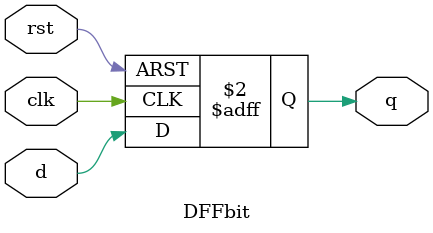
<source format=v>
`timescale 1ns / 1ps


module DFFbit(
    input clk,
    input rst,
    input d,
    output reg q
    );
    
    always@(posedge clk or posedge rst)
    begin
      if(rst)
        q <= 0;
      else
        q <= d;
    end
    
endmodule

</source>
